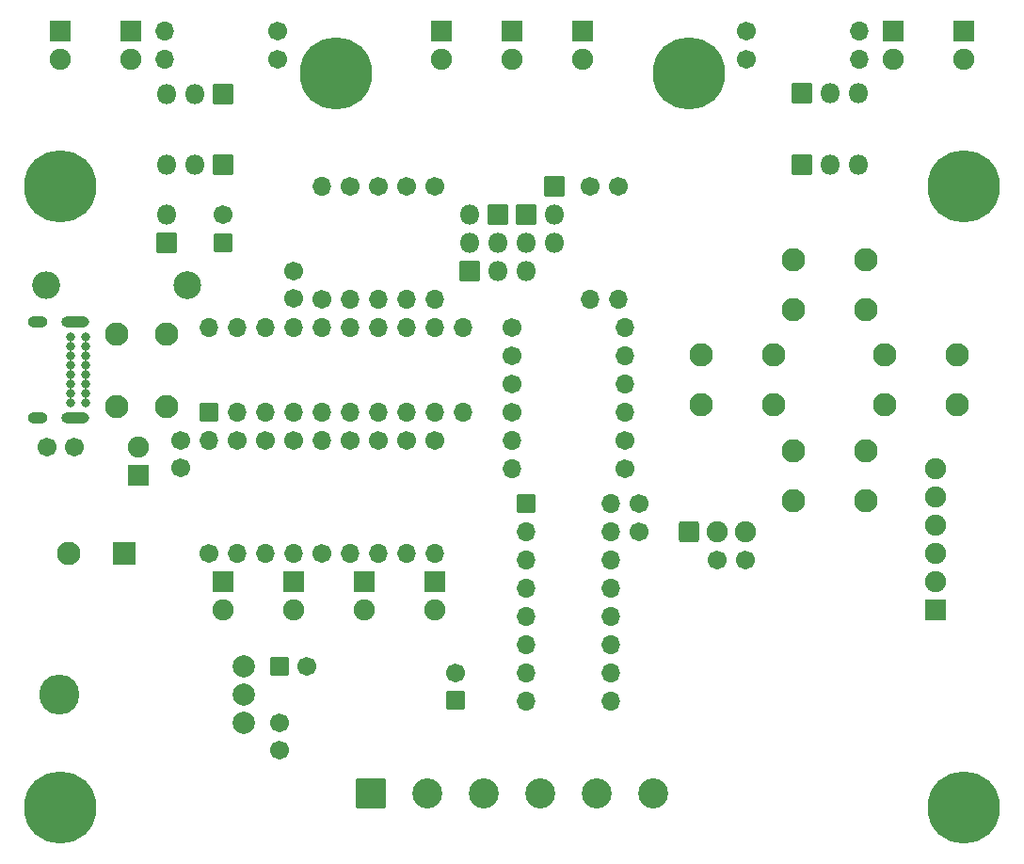
<source format=gbr>
%TF.GenerationSoftware,KiCad,Pcbnew,7.0.1-0*%
%TF.CreationDate,2023-03-30T00:17:16-04:00*%
%TF.ProjectId,CHRP400,43485250-3430-4302-9e6b-696361645f70,0*%
%TF.SameCoordinates,Original*%
%TF.FileFunction,Soldermask,Bot*%
%TF.FilePolarity,Negative*%
%FSLAX46Y46*%
G04 Gerber Fmt 4.6, Leading zero omitted, Abs format (unit mm)*
G04 Created by KiCad (PCBNEW 7.0.1-0) date 2023-03-30 00:17:16*
%MOMM*%
%LPD*%
G01*
G04 APERTURE LIST*
G04 Aperture macros list*
%AMRoundRect*
0 Rectangle with rounded corners*
0 $1 Rounding radius*
0 $2 $3 $4 $5 $6 $7 $8 $9 X,Y pos of 4 corners*
0 Add a 4 corners polygon primitive as box body*
4,1,4,$2,$3,$4,$5,$6,$7,$8,$9,$2,$3,0*
0 Add four circle primitives for the rounded corners*
1,1,$1+$1,$2,$3*
1,1,$1+$1,$4,$5*
1,1,$1+$1,$6,$7*
1,1,$1+$1,$8,$9*
0 Add four rect primitives between the rounded corners*
20,1,$1+$1,$2,$3,$4,$5,0*
20,1,$1+$1,$4,$5,$6,$7,0*
20,1,$1+$1,$6,$7,$8,$9,0*
20,1,$1+$1,$8,$9,$2,$3,0*%
G04 Aperture macros list end*
%ADD10RoundRect,0.050800X0.800000X-0.800000X0.800000X0.800000X-0.800000X0.800000X-0.800000X-0.800000X0*%
%ADD11C,1.701600*%
%ADD12C,1.901600*%
%ADD13RoundRect,0.050800X-0.900000X0.900000X-0.900000X-0.900000X0.900000X-0.900000X0.900000X0.900000X0*%
%ADD14RoundRect,0.050800X0.900000X-0.900000X0.900000X0.900000X-0.900000X0.900000X-0.900000X-0.900000X0*%
%ADD15C,2.501600*%
%ADD16O,2.501600X2.501600*%
%ADD17C,6.501600*%
%ADD18O,1.701600X1.701600*%
%ADD19C,2.101600*%
%ADD20RoundRect,0.050800X-0.800000X-0.800000X0.800000X-0.800000X0.800000X0.800000X-0.800000X0.800000X0*%
%ADD21RoundRect,0.050800X-0.850000X-0.850000X0.850000X-0.850000X0.850000X0.850000X-0.850000X0.850000X0*%
%ADD22O,1.801600X1.801600*%
%ADD23RoundRect,0.050800X0.850000X0.850000X-0.850000X0.850000X-0.850000X-0.850000X0.850000X-0.850000X0*%
%ADD24C,0.801600*%
%ADD25O,2.501600X1.001600*%
%ADD26O,1.801600X1.001600*%
%ADD27RoundRect,0.050800X1.000000X1.000000X-1.000000X1.000000X-1.000000X-1.000000X1.000000X-1.000000X0*%
%ADD28RoundRect,0.301000X-0.649800X-0.649800X0.649800X-0.649800X0.649800X0.649800X-0.649800X0.649800X0*%
%ADD29RoundRect,0.050800X0.900000X0.900000X-0.900000X0.900000X-0.900000X-0.900000X0.900000X-0.900000X0*%
%ADD30RoundRect,0.050800X0.850000X-0.850000X0.850000X0.850000X-0.850000X0.850000X-0.850000X-0.850000X0*%
%ADD31RoundRect,0.050800X-1.300000X-1.300000X1.300000X-1.300000X1.300000X1.300000X-1.300000X1.300000X0*%
%ADD32C,2.701600*%
%ADD33RoundRect,0.050800X-0.850000X0.850000X-0.850000X-0.850000X0.850000X-0.850000X0.850000X0.850000X0*%
%ADD34O,3.601600X3.601600*%
%ADD35C,2.006600*%
G04 APERTURE END LIST*
D10*
%TO.C,C1*%
X120015000Y-66040000D03*
D11*
X120015000Y-63540000D03*
%TD*%
%TO.C,C4*%
X104160000Y-84455000D03*
X106660000Y-84455000D03*
%TD*%
D12*
%TO.C,D1*%
X112395000Y-84455000D03*
D13*
X112395000Y-86995000D03*
%TD*%
D12*
%TO.C,D4*%
X132715000Y-99065000D03*
D14*
X132715000Y-96525000D03*
%TD*%
D15*
%TO.C,FB1*%
X116840000Y-69850000D03*
D16*
X104140000Y-69850000D03*
%TD*%
D17*
%TO.C,MH1*%
X105409999Y-60959999D03*
%TD*%
D11*
%TO.C,R6*%
X146050000Y-81280000D03*
D18*
X156210000Y-81280000D03*
%TD*%
D19*
%TO.C,SW4*%
X186055000Y-80645000D03*
X179555000Y-80645000D03*
X186055000Y-76145000D03*
X179555000Y-76145000D03*
%TD*%
D11*
%TO.C,C2*%
X116185000Y-83820000D03*
X116185000Y-86320000D03*
%TD*%
%TO.C,C3*%
X126365000Y-71100000D03*
X126365000Y-68600000D03*
%TD*%
D12*
%TO.C,D3*%
X126365000Y-99065000D03*
D14*
X126365000Y-96525000D03*
%TD*%
D19*
%TO.C,SW3*%
X169545000Y-80645000D03*
X163045000Y-80645000D03*
X169545000Y-76145000D03*
X163045000Y-76145000D03*
%TD*%
D11*
%TO.C,R5*%
X146050000Y-73660000D03*
D18*
X156210000Y-73660000D03*
%TD*%
D17*
%TO.C,MH4*%
X105410000Y-116840000D03*
%TD*%
D19*
%TO.C,SW5*%
X177875000Y-89245000D03*
X171375000Y-89245000D03*
X177875000Y-84745000D03*
X171375000Y-84745000D03*
%TD*%
D11*
%TO.C,R22*%
X128905000Y-93980000D03*
D18*
X128905000Y-83820000D03*
%TD*%
D11*
%TO.C,R2*%
X118745000Y-93980000D03*
D18*
X118745000Y-83820000D03*
%TD*%
D10*
%TO.C,U1*%
X118745000Y-81280000D03*
D18*
X121285000Y-81280000D03*
X123825000Y-81280000D03*
X126365000Y-81280000D03*
X128905000Y-81280000D03*
X131445000Y-81280000D03*
X133985000Y-81280000D03*
X136525000Y-81280000D03*
X139065000Y-81280000D03*
X141605000Y-81280000D03*
X141605000Y-73660000D03*
X139065000Y-73660000D03*
X136525000Y-73660000D03*
X133985000Y-73660000D03*
X131445000Y-73660000D03*
X128905000Y-73660000D03*
X126365000Y-73660000D03*
X123825000Y-73660000D03*
X121285000Y-73660000D03*
X118745000Y-73660000D03*
%TD*%
D11*
%TO.C,R13*%
X139065000Y-60960000D03*
D18*
X139065000Y-71120000D03*
%TD*%
D11*
%TO.C,R9*%
X136525000Y-83820000D03*
D18*
X136525000Y-93980000D03*
%TD*%
D11*
%TO.C,R8*%
X133985000Y-83820000D03*
D18*
X133985000Y-93980000D03*
%TD*%
D11*
%TO.C,R14*%
X153035000Y-60960000D03*
D18*
X153035000Y-71120000D03*
%TD*%
D11*
%TO.C,R10*%
X139065000Y-83820000D03*
D18*
X139065000Y-93980000D03*
%TD*%
D11*
%TO.C,R12*%
X136525000Y-60960000D03*
D18*
X136525000Y-71120000D03*
%TD*%
D20*
%TO.C,C6*%
X125095000Y-104140000D03*
D11*
X127595000Y-104140000D03*
%TD*%
D21*
%TO.C,H2*%
X147320000Y-63500000D03*
D22*
X147320000Y-66040000D03*
X147320000Y-68580000D03*
%TD*%
D23*
%TO.C,H4*%
X142240000Y-68565000D03*
D22*
X142240000Y-66025000D03*
X142240000Y-63485000D03*
%TD*%
D17*
%TO.C,MH2*%
X186690000Y-60960000D03*
%TD*%
D11*
%TO.C,R4*%
X146050000Y-76200000D03*
D18*
X156210000Y-76200000D03*
%TD*%
D21*
%TO.C,H3*%
X144780000Y-63500000D03*
D22*
X144780000Y-66040000D03*
X144780000Y-68580000D03*
%TD*%
D24*
%TO.C,J1*%
X107696000Y-74498200D03*
X107696000Y-75348200D03*
X107696000Y-76198200D03*
X107696000Y-77048200D03*
X107696000Y-77898200D03*
X107696000Y-78748200D03*
X107696000Y-79598200D03*
X107696000Y-80448200D03*
X106346000Y-80448200D03*
X106346000Y-79598200D03*
X106346000Y-78748200D03*
X106346000Y-77898200D03*
X106346000Y-77048200D03*
X106346000Y-76198200D03*
X106346000Y-75348200D03*
X106346000Y-74498200D03*
D25*
X106716000Y-73148200D03*
D26*
X103336000Y-73148200D03*
D25*
X106716000Y-81798200D03*
D26*
X103336000Y-81798200D03*
%TD*%
D17*
%TO.C,MH3*%
X186690000Y-116840000D03*
%TD*%
D11*
%TO.C,R17*%
X155575000Y-60960000D03*
D18*
X155575000Y-71120000D03*
%TD*%
D11*
%TO.C,R11*%
X133985000Y-60960000D03*
D18*
X133985000Y-71120000D03*
%TD*%
D11*
%TO.C,R1*%
X126365000Y-83820000D03*
D18*
X126365000Y-93980000D03*
%TD*%
D12*
%TO.C,D5*%
X139065000Y-99065000D03*
D14*
X139065000Y-96525000D03*
%TD*%
D27*
%TO.C,LS1*%
X111125000Y-93980000D03*
D19*
X106125000Y-93980000D03*
%TD*%
D28*
%TO.C,U4*%
X161925000Y-92075000D03*
D12*
X164465000Y-92075000D03*
X167005000Y-92075000D03*
%TD*%
D11*
%TO.C,R7*%
X131445000Y-83820000D03*
D18*
X131445000Y-93980000D03*
%TD*%
D29*
%TO.C,H9*%
X184150000Y-99060000D03*
D12*
X184150000Y-96520000D03*
X184150000Y-93980000D03*
X184150000Y-91440000D03*
X184150000Y-88900000D03*
X184150000Y-86360000D03*
%TD*%
D21*
%TO.C,H1*%
X149860000Y-60960000D03*
D22*
X149860000Y-63500000D03*
X149860000Y-66040000D03*
%TD*%
D11*
%TO.C,C5*%
X125095000Y-109220000D03*
X125095000Y-111720000D03*
%TD*%
%TO.C,R3*%
X146050000Y-78740000D03*
D18*
X156210000Y-78740000D03*
%TD*%
D12*
%TO.C,D2*%
X120015000Y-99065000D03*
D14*
X120015000Y-96525000D03*
%TD*%
D19*
%TO.C,SW2*%
X171375000Y-67600000D03*
X177875000Y-67600000D03*
X171375000Y-72100000D03*
X177875000Y-72100000D03*
%TD*%
%TO.C,SW1*%
X114935000Y-74295000D03*
X114935000Y-80795000D03*
X110435000Y-74295000D03*
X110435000Y-80795000D03*
%TD*%
D23*
%TO.C,BT1*%
X114935000Y-66040000D03*
D22*
X114935000Y-63500000D03*
%TD*%
D11*
%TO.C,R25*%
X121285000Y-83820000D03*
D18*
X121285000Y-93980000D03*
%TD*%
D30*
%TO.C,H8*%
X172100000Y-52578000D03*
D22*
X174640000Y-52578000D03*
X177180000Y-52578000D03*
%TD*%
D11*
%TO.C,R15*%
X128905000Y-71120000D03*
D18*
X128905000Y-60960000D03*
%TD*%
D31*
%TO.C,CON1*%
X133350000Y-115570008D03*
D32*
X138430000Y-115570008D03*
X143510000Y-115570008D03*
X148590000Y-115570008D03*
X153670000Y-115570008D03*
X158750000Y-115570008D03*
%TD*%
D10*
%TO.C,C8*%
X140970000Y-107250121D03*
D11*
X140970000Y-104750121D03*
%TD*%
D17*
%TO.C,MH6*%
X161925000Y-50800000D03*
%TD*%
D11*
%TO.C,R18*%
X124968000Y-46990000D03*
D18*
X114808000Y-46990000D03*
%TD*%
D11*
%TO.C,C7*%
X157480000Y-89535000D03*
X157480000Y-92035000D03*
%TD*%
D20*
%TO.C,U2*%
X147320000Y-89535008D03*
D18*
X147320000Y-92075008D03*
X147320000Y-94615008D03*
X147320000Y-97155008D03*
X147320000Y-99695008D03*
X147320000Y-102235008D03*
X147320000Y-104775008D03*
X147320000Y-107315008D03*
X154940000Y-107315008D03*
X154940000Y-104775008D03*
X154940000Y-102235008D03*
X154940000Y-99695008D03*
X154940000Y-97155008D03*
X154940000Y-94615008D03*
X154940000Y-92075008D03*
X154940000Y-89535008D03*
%TD*%
D11*
%TO.C,R20*%
X167132000Y-46990000D03*
D18*
X177292000Y-46990000D03*
%TD*%
D33*
%TO.C,H5*%
X120015000Y-59055000D03*
D22*
X117475000Y-59055000D03*
X114935000Y-59055000D03*
%TD*%
D11*
%TO.C,R16*%
X131445000Y-60960000D03*
D18*
X131445000Y-71120000D03*
%TD*%
D11*
%TO.C,R23*%
X156210000Y-86360000D03*
D18*
X146050000Y-86360000D03*
%TD*%
D11*
%TO.C,R21*%
X167132000Y-49530000D03*
D18*
X177292000Y-49530000D03*
%TD*%
D11*
%TO.C,R19*%
X124968000Y-49530000D03*
D18*
X114808000Y-49530000D03*
%TD*%
D33*
%TO.C,H6*%
X120015000Y-52705000D03*
D22*
X117475000Y-52705000D03*
X114935000Y-52705000D03*
%TD*%
D17*
%TO.C,MH5*%
X130175000Y-50800000D03*
%TD*%
D34*
%TO.C,U3*%
X105260000Y-106680000D03*
D35*
X121920000Y-109220000D03*
X121920000Y-106680000D03*
X121920000Y-104140000D03*
%TD*%
D11*
%TO.C,C9*%
X167005000Y-94615000D03*
X164505000Y-94615000D03*
%TD*%
%TO.C,R24*%
X156210000Y-83820000D03*
D18*
X146050000Y-83820000D03*
%TD*%
D30*
%TO.C,H7*%
X172100000Y-59055000D03*
D22*
X174640000Y-59055000D03*
X177180000Y-59055000D03*
%TD*%
D11*
%TO.C,R26*%
X123825000Y-83820000D03*
D18*
X123825000Y-93980000D03*
%TD*%
D12*
%TO.C,Q1*%
X139700000Y-49535000D03*
D14*
X139700000Y-46995000D03*
%TD*%
D12*
%TO.C,Q2*%
X152400000Y-49535000D03*
D14*
X152400000Y-46995000D03*
%TD*%
D12*
%TO.C,D6*%
X146050000Y-49530000D03*
D14*
X146050000Y-46990000D03*
%TD*%
D12*
%TO.C,Q3*%
X111760000Y-49530000D03*
D14*
X111760000Y-46990000D03*
%TD*%
D12*
%TO.C,D7*%
X105410000Y-49535000D03*
D14*
X105410000Y-46995000D03*
%TD*%
D12*
%TO.C,D8*%
X186690000Y-49535000D03*
D14*
X186690000Y-46995000D03*
%TD*%
D12*
%TO.C,Q4*%
X180340000Y-49535000D03*
D14*
X180340000Y-46995000D03*
%TD*%
G36*
X107696000Y-79996975D02*
G01*
X107785376Y-79982819D01*
X107787188Y-79983470D01*
X107787611Y-79985348D01*
X107786403Y-79986562D01*
X107786403Y-80059838D01*
X107787610Y-80061050D01*
X107787188Y-80062929D01*
X107785376Y-80063580D01*
X107696000Y-80049424D01*
X107606621Y-80063581D01*
X107604809Y-80062930D01*
X107604386Y-80061052D01*
X107605596Y-80059837D01*
X107605596Y-79986564D01*
X107604386Y-79985347D01*
X107604809Y-79983469D01*
X107606621Y-79982818D01*
X107696000Y-79996975D01*
G37*
G36*
X106346000Y-79996975D02*
G01*
X106435376Y-79982819D01*
X106437188Y-79983470D01*
X106437611Y-79985348D01*
X106436403Y-79986562D01*
X106436403Y-80059838D01*
X106437610Y-80061050D01*
X106437188Y-80062929D01*
X106435376Y-80063580D01*
X106346000Y-80049424D01*
X106256621Y-80063581D01*
X106254809Y-80062930D01*
X106254386Y-80061052D01*
X106255596Y-80059837D01*
X106255596Y-79986564D01*
X106254386Y-79985347D01*
X106254809Y-79983469D01*
X106256621Y-79982818D01*
X106346000Y-79996975D01*
G37*
G36*
X107696000Y-79146975D02*
G01*
X107785376Y-79132819D01*
X107787188Y-79133470D01*
X107787611Y-79135348D01*
X107786403Y-79136562D01*
X107786403Y-79209838D01*
X107787610Y-79211050D01*
X107787188Y-79212929D01*
X107785376Y-79213580D01*
X107696000Y-79199424D01*
X107606621Y-79213581D01*
X107604809Y-79212930D01*
X107604386Y-79211052D01*
X107605596Y-79209837D01*
X107605596Y-79136564D01*
X107604386Y-79135347D01*
X107604809Y-79133469D01*
X107606621Y-79132818D01*
X107696000Y-79146975D01*
G37*
G36*
X106346000Y-79146975D02*
G01*
X106435376Y-79132819D01*
X106437188Y-79133470D01*
X106437611Y-79135348D01*
X106436403Y-79136562D01*
X106436403Y-79209838D01*
X106437610Y-79211050D01*
X106437188Y-79212929D01*
X106435376Y-79213580D01*
X106346000Y-79199424D01*
X106256621Y-79213581D01*
X106254809Y-79212930D01*
X106254386Y-79211052D01*
X106255596Y-79209837D01*
X106255596Y-79136564D01*
X106254386Y-79135347D01*
X106254809Y-79133469D01*
X106256621Y-79132818D01*
X106346000Y-79146975D01*
G37*
G36*
X107696000Y-78296975D02*
G01*
X107785376Y-78282819D01*
X107787188Y-78283470D01*
X107787611Y-78285348D01*
X107786403Y-78286562D01*
X107786403Y-78359838D01*
X107787610Y-78361050D01*
X107787188Y-78362929D01*
X107785376Y-78363580D01*
X107696000Y-78349424D01*
X107606621Y-78363581D01*
X107604809Y-78362930D01*
X107604386Y-78361052D01*
X107605596Y-78359837D01*
X107605596Y-78286564D01*
X107604386Y-78285347D01*
X107604809Y-78283469D01*
X107606621Y-78282818D01*
X107696000Y-78296975D01*
G37*
G36*
X106346000Y-78296975D02*
G01*
X106435376Y-78282819D01*
X106437188Y-78283470D01*
X106437611Y-78285348D01*
X106436403Y-78286562D01*
X106436403Y-78359838D01*
X106437610Y-78361050D01*
X106437188Y-78362929D01*
X106435376Y-78363580D01*
X106346000Y-78349424D01*
X106256621Y-78363581D01*
X106254809Y-78362930D01*
X106254386Y-78361052D01*
X106255596Y-78359837D01*
X106255596Y-78286564D01*
X106254386Y-78285347D01*
X106254809Y-78283469D01*
X106256621Y-78282818D01*
X106346000Y-78296975D01*
G37*
G36*
X107696000Y-77446975D02*
G01*
X107785376Y-77432819D01*
X107787188Y-77433470D01*
X107787611Y-77435348D01*
X107786403Y-77436562D01*
X107786403Y-77509838D01*
X107787610Y-77511050D01*
X107787188Y-77512929D01*
X107785376Y-77513580D01*
X107696000Y-77499424D01*
X107606621Y-77513581D01*
X107604809Y-77512930D01*
X107604386Y-77511052D01*
X107605596Y-77509837D01*
X107605596Y-77436564D01*
X107604386Y-77435347D01*
X107604809Y-77433469D01*
X107606621Y-77432818D01*
X107696000Y-77446975D01*
G37*
G36*
X106346000Y-77446975D02*
G01*
X106435376Y-77432819D01*
X106437188Y-77433470D01*
X106437611Y-77435348D01*
X106436403Y-77436562D01*
X106436403Y-77509838D01*
X106437610Y-77511050D01*
X106437188Y-77512929D01*
X106435376Y-77513580D01*
X106346000Y-77499424D01*
X106256621Y-77513581D01*
X106254809Y-77512930D01*
X106254386Y-77511052D01*
X106255596Y-77509837D01*
X106255596Y-77436564D01*
X106254386Y-77435347D01*
X106254809Y-77433469D01*
X106256621Y-77432818D01*
X106346000Y-77446975D01*
G37*
G36*
X107696000Y-76596975D02*
G01*
X107785376Y-76582819D01*
X107787188Y-76583470D01*
X107787611Y-76585348D01*
X107786403Y-76586562D01*
X107786403Y-76659838D01*
X107787610Y-76661050D01*
X107787188Y-76662929D01*
X107785376Y-76663580D01*
X107696000Y-76649424D01*
X107606621Y-76663581D01*
X107604809Y-76662930D01*
X107604386Y-76661052D01*
X107605596Y-76659837D01*
X107605596Y-76586564D01*
X107604386Y-76585347D01*
X107604809Y-76583469D01*
X107606621Y-76582818D01*
X107696000Y-76596975D01*
G37*
G36*
X106346000Y-76596975D02*
G01*
X106435376Y-76582819D01*
X106437188Y-76583470D01*
X106437611Y-76585348D01*
X106436403Y-76586562D01*
X106436403Y-76659838D01*
X106437610Y-76661050D01*
X106437188Y-76662929D01*
X106435376Y-76663580D01*
X106346000Y-76649424D01*
X106256621Y-76663581D01*
X106254809Y-76662930D01*
X106254386Y-76661052D01*
X106255596Y-76659837D01*
X106255596Y-76586564D01*
X106254386Y-76585347D01*
X106254809Y-76583469D01*
X106256621Y-76582818D01*
X106346000Y-76596975D01*
G37*
G36*
X107696000Y-75746975D02*
G01*
X107785376Y-75732819D01*
X107787188Y-75733470D01*
X107787611Y-75735348D01*
X107786403Y-75736562D01*
X107786403Y-75809838D01*
X107787610Y-75811050D01*
X107787188Y-75812929D01*
X107785376Y-75813580D01*
X107696000Y-75799424D01*
X107606621Y-75813581D01*
X107604809Y-75812930D01*
X107604386Y-75811052D01*
X107605596Y-75809837D01*
X107605596Y-75736564D01*
X107604386Y-75735347D01*
X107604809Y-75733469D01*
X107606621Y-75732818D01*
X107696000Y-75746975D01*
G37*
G36*
X106346000Y-75746975D02*
G01*
X106435376Y-75732819D01*
X106437188Y-75733470D01*
X106437611Y-75735348D01*
X106436403Y-75736562D01*
X106436403Y-75809838D01*
X106437610Y-75811050D01*
X106437188Y-75812929D01*
X106435376Y-75813580D01*
X106346000Y-75799424D01*
X106256621Y-75813581D01*
X106254809Y-75812930D01*
X106254386Y-75811052D01*
X106255596Y-75809837D01*
X106255596Y-75736564D01*
X106254386Y-75735347D01*
X106254809Y-75733469D01*
X106256621Y-75732818D01*
X106346000Y-75746975D01*
G37*
G36*
X107696000Y-74896975D02*
G01*
X107785376Y-74882819D01*
X107787188Y-74883470D01*
X107787611Y-74885348D01*
X107786403Y-74886562D01*
X107786403Y-74959838D01*
X107787610Y-74961050D01*
X107787188Y-74962929D01*
X107785376Y-74963580D01*
X107696000Y-74949424D01*
X107606621Y-74963581D01*
X107604809Y-74962930D01*
X107604386Y-74961052D01*
X107605596Y-74959837D01*
X107605596Y-74886564D01*
X107604386Y-74885347D01*
X107604809Y-74883469D01*
X107606621Y-74882818D01*
X107696000Y-74896975D01*
G37*
G36*
X106346000Y-74896975D02*
G01*
X106435376Y-74882819D01*
X106437188Y-74883470D01*
X106437611Y-74885348D01*
X106436403Y-74886562D01*
X106436403Y-74959838D01*
X106437610Y-74961050D01*
X106437188Y-74962929D01*
X106435376Y-74963580D01*
X106346000Y-74949424D01*
X106256621Y-74963581D01*
X106254809Y-74962930D01*
X106254386Y-74961052D01*
X106255596Y-74959837D01*
X106255596Y-74886564D01*
X106254386Y-74885347D01*
X106254809Y-74883469D01*
X106256621Y-74882818D01*
X106346000Y-74896975D01*
G37*
M02*

</source>
